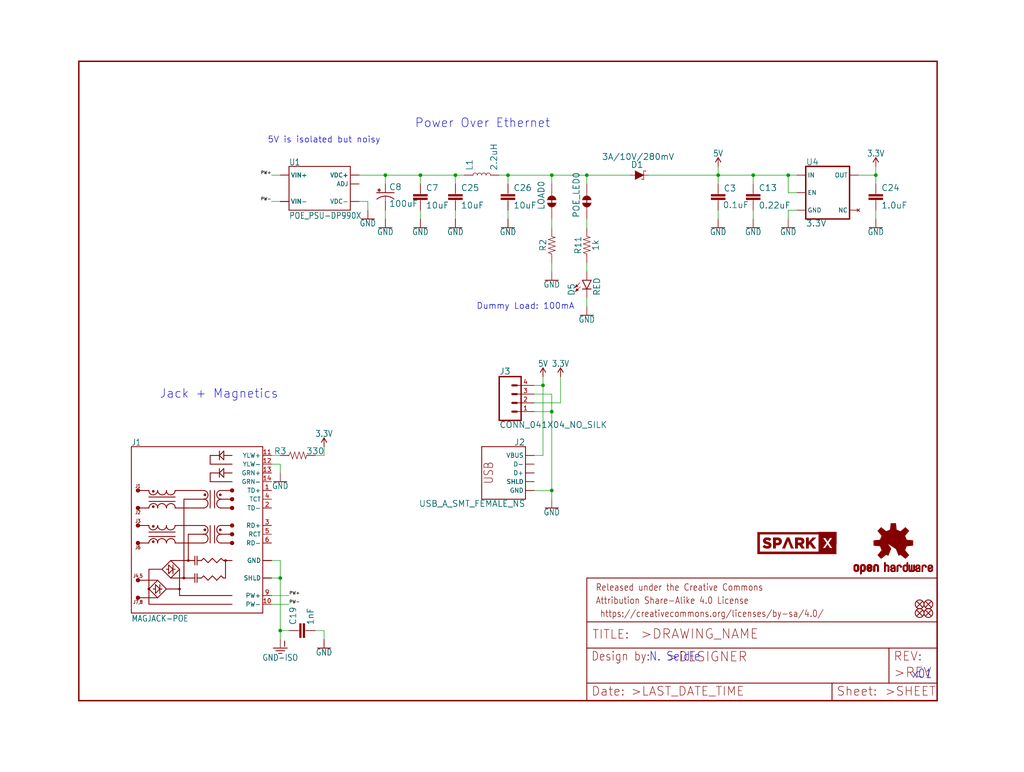
<source format=kicad_sch>
(kicad_sch (version 20211123) (generator eeschema)
  (paper "User" 297.002 223.926)
  (lib_symbols
    (symbol "eagleSchem-eagle-import:0.1UF-0603-25V-(+80{slash}-20%)"
      (property "Reference" "C" (at 1.524 2.921 0))
      (property "Value" "0.1UF-0603-25V-(+80{slash}-20%)" (at 1.524 -2.159 0))
      (symbol "0.1UF-0603-25V-(+80{slash}-20%)_1_0"
        (pin passive line (at 0 5.08 270) (length 2.54) (name "1") (number "1"))
        (pin passive line (at 0 -2.54 90) (length 2.54) (name "2") (number "2"))
      )
    )
    (symbol "eagleSchem-eagle-import:0.22UF-0603-25V-10%"
      (property "Reference" "C" (at 1.524 2.921 0))
      (property "Value" "0.22UF-0603-25V-10%" (at 1.524 -2.159 0))
      (symbol "0.22UF-0603-25V-10%_1_0"
        (pin passive line (at 0 5.08 270) (length 2.54) (name "1") (number "1"))
        (pin passive line (at 0 -2.54 90) (length 2.54) (name "2") (number "2"))
      )
    )
    (symbol "eagleSchem-eagle-import:1.0NF{slash}1000PF-1206-2KV-10%"
      (property "Reference" "C" (at 1.524 2.921 0))
      (property "Value" "1.0NF{slash}1000PF-1206-2KV-10%" (at 1.524 -2.159 0))
      (symbol "1.0NF{slash}1000PF-1206-2KV-10%_1_0"
        (pin passive line (at 0 5.08 270) (length 2.54) (name "1") (number "1"))
        (pin passive line (at 0 -2.54 90) (length 2.54) (name "2") (number "2"))
      )
    )
    (symbol "eagleSchem-eagle-import:1.0UF-0603-16V-10%-X7R"
      (property "Reference" "C" (at 1.524 2.921 0))
      (property "Value" "1.0UF-0603-16V-10%-X7R" (at 1.524 -2.159 0))
      (symbol "1.0UF-0603-16V-10%-X7R_1_0"
        (pin passive line (at 0 5.08 270) (length 2.54) (name "1") (number "1"))
        (pin passive line (at 0 -2.54 90) (length 2.54) (name "2") (number "2"))
      )
    )
    (symbol "eagleSchem-eagle-import:100UF-POLAR-25V-20%(ELEC)"
      (property "Reference" "C" (at 1.016 0.635 0))
      (property "Value" "100UF-POLAR-25V-20%(ELEC)" (at 1.016 -4.191 0))
      (symbol "100UF-POLAR-25V-20%(ELEC)_1_0"
        (pin passive line (at 0 2.54 270) (length 2.54) (name "+") (number "+"))
        (pin passive line (at 0 -5.08 90) (length 2.54) (name "-") (number "-"))
      )
    )
    (symbol "eagleSchem-eagle-import:10UF-0805-25V-10%"
      (property "Reference" "C" (at 1.524 2.921 0))
      (property "Value" "10UF-0805-25V-10%" (at 1.524 -2.159 0))
      (symbol "10UF-0805-25V-10%_1_0"
        (pin passive line (at 0 5.08 270) (length 2.54) (name "1") (number "1"))
        (pin passive line (at 0 -2.54 90) (length 2.54) (name "2") (number "2"))
      )
    )
    (symbol "eagleSchem-eagle-import:1KOHM-0603-1{slash}10W-1%"
      (property "Reference" "R" (at 0 1.524 0))
      (property "Value" "1KOHM-0603-1{slash}10W-1%" (at 0 -1.524 0))
      (symbol "1KOHM-0603-1{slash}10W-1%_1_0"
        (pin passive line (at -5.08 0 0) (length 2.54) (name "1") (number "1"))
        (pin passive line (at 5.08 0 180) (length 2.54) (name "2") (number "2"))
      )
    )
    (symbol "eagleSchem-eagle-import:3.3V" (power)
      (property "Value" "3.3V" (at 0 2.794 0))
      (symbol "3.3V_1_0"
        (pin power_in line (at 0 0 90) (length 2.54) (name "3.3V") (number "1"))
      )
    )
    (symbol "eagleSchem-eagle-import:330OHM-0603-1{slash}10W-1%"
      (property "Reference" "R" (at 0 1.524 0))
      (property "Value" "330OHM-0603-1{slash}10W-1%" (at 0 -1.524 0))
      (symbol "330OHM-0603-1{slash}10W-1%_1_0"
        (pin passive line (at -5.08 0 0) (length 2.54) (name "1") (number "1"))
        (pin passive line (at 5.08 0 180) (length 2.54) (name "2") (number "2"))
      )
    )
    (symbol "eagleSchem-eagle-import:49.9OHM-1206-1{slash}2W-1%"
      (property "Reference" "R" (at 0 1.524 0))
      (property "Value" "49.9OHM-1206-1{slash}2W-1%" (at 0 -1.524 0))
      (symbol "49.9OHM-1206-1{slash}2W-1%_1_0"
        (pin passive line (at -5.08 0 0) (length 2.54) (name "1") (number "1"))
        (pin passive line (at 5.08 0 180) (length 2.54) (name "2") (number "2"))
      )
    )
    (symbol "eagleSchem-eagle-import:5V" (power)
      (property "Value" "5V" (at 0 2.794 0))
      (symbol "5V_1_0"
        (pin power_in line (at 0 0 90) (length 2.54) (name "5V") (number "1"))
      )
    )
    (symbol "eagleSchem-eagle-import:CONN_041X04_NO_SILK"
      (property "Reference" "J" (at -5.08 8.128 0))
      (property "Value" "CONN_041X04_NO_SILK" (at -5.08 -7.366 0))
      (symbol "CONN_041X04_NO_SILK_1_0"
        (pin passive line (at 5.08 -2.54 180) (length 5.08) (name "1") (number "1"))
        (pin passive line (at 5.08 0 180) (length 5.08) (name "2") (number "2"))
        (pin passive line (at 5.08 2.54 180) (length 5.08) (name "3") (number "3"))
        (pin passive line (at 5.08 5.08 180) (length 5.08) (name "4") (number "4"))
      )
    )
    (symbol "eagleSchem-eagle-import:DIODE-SCHOTTKY-BAT60A"
      (property "Reference" "D" (at -2.54 2.032 0))
      (property "Value" "DIODE-SCHOTTKY-BAT60A" (at -2.54 -2.032 0))
      (symbol "DIODE-SCHOTTKY-BAT60A_1_0"
        (pin passive line (at -2.54 0 0) (length 0) (name "A") (number "A"))
        (pin passive line (at 2.54 0 180) (length 0) (name "C") (number "C"))
      )
    )
    (symbol "eagleSchem-eagle-import:FIDUCIALUFIDUCIAL")
    (symbol "eagleSchem-eagle-import:FRAME-LETTER"
      (symbol "FRAME-LETTER_2_0"
        (text " https://creativecommons.org/licenses/by-sa/4.0/" (at 2.54 24.13 0) (effects (font (size 1.9304 1.6408)) (justify left bottom)))
        (text ">DESIGNER" (at 23.114 11.176 0) (effects (font (size 2.7432 2.7432)) (justify left bottom)))
        (text ">DRAWING_NAME" (at 15.494 17.78 0) (effects (font (size 2.7432 2.7432)) (justify left bottom)))
        (text ">LAST_DATE_TIME" (at 12.7 1.27 0) (effects (font (size 2.54 2.54)) (justify left bottom)))
        (text ">REV" (at 88.9 6.604 0) (effects (font (size 2.7432 2.7432)) (justify left bottom)))
        (text ">SHEET" (at 86.36 1.27 0) (effects (font (size 2.54 2.54)) (justify left bottom)))
        (text "Attribution Share-Alike 4.0 License" (at 2.54 27.94 0) (effects (font (size 1.9304 1.6408)) (justify left bottom)))
        (text "Date:" (at 1.27 1.27 0) (effects (font (size 2.54 2.54)) (justify left bottom)))
        (text "Design by:" (at 1.27 11.43 0) (effects (font (size 2.54 2.159)) (justify left bottom)))
        (text "Released under the Creative Commons" (at 2.54 31.75 0) (effects (font (size 1.9304 1.6408)) (justify left bottom)))
        (text "REV:" (at 88.9 11.43 0) (effects (font (size 2.54 2.54)) (justify left bottom)))
        (text "Sheet:" (at 72.39 1.27 0) (effects (font (size 2.54 2.54)) (justify left bottom)))
        (text "TITLE:" (at 1.524 17.78 0) (effects (font (size 2.54 2.54)) (justify left bottom)))
      )
    )
    (symbol "eagleSchem-eagle-import:GND" (power)
      (property "Value" "GND" (at 0 -0.254 0))
      (symbol "GND_1_0"
        (pin power_in line (at 0 2.54 270) (length 2.54) (name "GND") (number "1"))
      )
    )
    (symbol "eagleSchem-eagle-import:GND-ISO" (power)
      (property "Value" "GND-ISO" (at 0 -1.778 0))
      (symbol "GND-ISO_1_0"
        (pin power_in line (at 0 2.54 270) (length 2.54) (name "GND-ISO") (number "1"))
      )
    )
    (symbol "eagleSchem-eagle-import:INDUCTOR-0805_WIDE-2.2UH"
      (property "Reference" "L" (at 1.27 2.54 0))
      (property "Value" "INDUCTOR-0805_WIDE-2.2UH" (at 1.27 -2.54 0))
      (symbol "INDUCTOR-0805_WIDE-2.2UH_1_0"
        (pin passive line (at 0 5.08 270) (length 2.54) (name "1") (number "1"))
        (pin passive line (at 0 -5.08 90) (length 2.54) (name "2") (number "2"))
      )
    )
    (symbol "eagleSchem-eagle-import:JUMPER-SMT_2_NC_TRACE_SILK"
      (property "Reference" "JP" (at 0 3.048 0))
      (property "Value" "JUMPER-SMT_2_NC_TRACE_SILK" (at 0 -3.048 0))
      (symbol "JUMPER-SMT_2_NC_TRACE_SILK_1_0"
        (pin passive line (at -5.08 0 0) (length 2.54) (name "1") (number "1"))
        (pin passive line (at 5.08 0 180) (length 2.54) (name "2") (number "2"))
      )
    )
    (symbol "eagleSchem-eagle-import:LED-RED0603"
      (property "Reference" "D" (at -3.429 -4.572 90))
      (property "Value" "LED-RED0603" (at 1.905 -4.572 90))
      (symbol "LED-RED0603_1_0"
        (pin passive line (at 0 2.54 270) (length 2.54) (name "A") (number "A"))
        (pin passive line (at 0 -5.08 90) (length 2.54) (name "C") (number "C"))
      )
    )
    (symbol "eagleSchem-eagle-import:MAGJACK-POE"
      (property "Reference" "J" (at -17.78 28.194 0))
      (property "Value" "MAGJACK-POE" (at -17.78 -22.86 0))
      (symbol "MAGJACK-POE_1_0"
        (text "J1" (at -15.875 16.51 0) (effects (font (size 1.016 0.8636) (thickness 0.1727) bold)))
        (text "J2" (at -15.875 8.89 0) (effects (font (size 1.016 0.8636) (thickness 0.1727) bold)))
        (text "J3" (at -15.875 6.35 0) (effects (font (size 1.016 0.8636) (thickness 0.1727) bold)))
        (text "J4,5" (at -15.875 -9.525 0) (effects (font (size 1.016 0.8636) (thickness 0.1727) bold)))
        (text "J6" (at -15.875 -1.27 0) (effects (font (size 1.016 0.8636) (thickness 0.1727) bold)))
        (text "J7,8" (at -15.875 -17.145 0) (effects (font (size 1.016 0.8636) (thickness 0.1727) bold)))
        (pin bidirectional line (at 22.86 15.24 180) (length 2.54) (name "TD+") (number "1"))
        (pin bidirectional line (at 22.86 -17.78 180) (length 2.54) (name "PW-") (number "10"))
        (pin bidirectional line (at 22.86 25.4 180) (length 2.54) (name "YLW+") (number "11"))
        (pin bidirectional line (at 22.86 22.86 180) (length 2.54) (name "YLW-") (number "12"))
        (pin bidirectional line (at 22.86 20.32 180) (length 2.54) (name "GRN+") (number "13"))
        (pin bidirectional line (at 22.86 17.78 180) (length 2.54) (name "GRN-") (number "14"))
        (pin bidirectional line (at 22.86 10.16 180) (length 2.54) (name "TD-") (number "2"))
        (pin bidirectional line (at 22.86 5.08 180) (length 2.54) (name "RD+") (number "3"))
        (pin bidirectional line (at 22.86 12.7 180) (length 2.54) (name "TCT") (number "4"))
        (pin bidirectional line (at 22.86 2.54 180) (length 2.54) (name "RCT") (number "5"))
        (pin bidirectional line (at 22.86 0 180) (length 2.54) (name "RD-") (number "6"))
        (pin bidirectional line (at 22.86 -5.08 180) (length 2.54) (name "GND") (number "7"))
        (pin bidirectional line (at 22.86 -5.08 180) (length 2.54) (name "GND") (number "8"))
        (pin bidirectional line (at 22.86 -15.24 180) (length 2.54) (name "PW+") (number "9"))
        (pin bidirectional line (at 22.86 -10.16 180) (length 2.54) (name "SHLD") (number "S1"))
        (pin bidirectional line (at 22.86 -10.16 180) (length 2.54) (name "SHLD") (number "S2"))
      )
    )
    (symbol "eagleSchem-eagle-import:OSHW-LOGOMINI")
    (symbol "eagleSchem-eagle-import:POE_PSU-DP990X"
      (property "Reference" "U" (at -7.62 5.334 0))
      (property "Value" "POE_PSU-DP990X" (at -7.62 -10.16 0))
      (symbol "POE_PSU-DP990X_1_0"
        (pin bidirectional line (at 12.7 2.54 180) (length 2.54) (name "VDC+") (number "1"))
        (pin bidirectional line (at 12.7 2.54 180) (length 2.54) (name "VDC+") (number "2"))
        (pin bidirectional line (at 12.7 -5.08 180) (length 2.54) (name "VDC-") (number "3"))
        (pin bidirectional line (at 12.7 0 180) (length 2.54) (name "ADJ") (number "4"))
        (pin bidirectional line (at -10.16 2.54 0) (length 2.54) (name "VIN+") (number "5"))
        (pin bidirectional line (at -10.16 2.54 0) (length 2.54) (name "VIN+") (number "6"))
        (pin bidirectional line (at -10.16 -5.08 0) (length 2.54) (name "VIN-") (number "7"))
        (pin bidirectional line (at -10.16 -5.08 0) (length 2.54) (name "VIN-") (number "8"))
      )
    )
    (symbol "eagleSchem-eagle-import:SPARKX-LOGO4")
    (symbol "eagleSchem-eagle-import:USB_A_SMT_FEMALE_NS"
      (property "Reference" "J" (at -5.08 7.874 0))
      (property "Value" "USB_A_SMT_FEMALE_NS" (at -5.08 -9.906 0))
      (symbol "USB_A_SMT_FEMALE_NS_1_0"
        (text "USB" (at 7.112 -3.302 900) (effects (font (size 2.54 2.159)) (justify left bottom)))
        (pin bidirectional line (at -7.62 0 0) (length 2.54) (name "D+") (number "D+"))
        (pin bidirectional line (at -7.62 2.54 0) (length 2.54) (name "D-") (number "D-"))
        (pin power_in line (at -7.62 -5.08 0) (length 2.54) (name "GND") (number "GND"))
        (pin bidirectional line (at -7.62 -2.54 0) (length 2.54) (name "SHLD") (number "SHLD1"))
        (pin bidirectional line (at -7.62 -2.54 0) (length 2.54) (name "SHLD") (number "SHLD2"))
        (pin power_in line (at -7.62 5.08 0) (length 2.54) (name "VBUS") (number "VBUS"))
      )
    )
    (symbol "eagleSchem-eagle-import:V_REG_AP2112K-3.3V"
      (property "Reference" "U" (at -7.62 7.874 0))
      (property "Value" "V_REG_AP2112K-3.3V" (at -7.62 -7.874 0))
      (symbol "V_REG_AP2112K-3.3V_1_0"
        (pin input line (at -10.16 5.08 0) (length 2.54) (name "IN") (number "1"))
        (pin input line (at -10.16 -5.08 0) (length 2.54) (name "GND") (number "2"))
        (pin input line (at -10.16 0 0) (length 2.54) (name "EN") (number "3"))
        (pin no_connect line (at 7.62 -5.08 180) (length 2.54) (name "NC") (number "4"))
        (pin passive line (at 7.62 5.08 180) (length 2.54) (name "OUT") (number "5"))
      )
    )
  )
  (junction (at 81.28 182.88))
  (junction (at 121.92 50.8))
  (junction (at 218.44 50.8))
  (junction (at 160.02 142.24))
  (junction (at 254 50.8))
  (junction (at 147.32 50.8))
  (junction (at 160.02 50.8))
  (junction (at 111.76 50.8))
  (junction (at 170.18 50.8))
  (junction (at 81.28 167.64))
  (junction (at 160.02 119.38))
  (junction (at 208.28 50.8))
  (junction (at 157.48 111.76))
  (junction (at 132.08 50.8))
  (junction (at 228.6 50.8))
  (wire (pts (xy 111.76 63.5) (xy 111.76 60.96)))
  (wire (pts (xy 154.94 111.76) (xy 157.48 111.76)))
  (wire (pts (xy 248.92 50.8) (xy 254 50.8)))
  (wire (pts (xy 170.18 53.34) (xy 170.18 50.8)))
  (wire (pts (xy 157.48 132.08) (xy 157.48 111.76)))
  (wire (pts (xy 111.76 50.8) (xy 121.92 50.8)))
  (wire (pts (xy 154.94 119.38) (xy 160.02 119.38)))
  (wire (pts (xy 81.28 167.64) (xy 81.28 182.88)))
  (wire (pts (xy 254 63.5) (xy 254 60.96)))
  (wire (pts (xy 93.98 132.08) (xy 93.98 129.54)))
  (wire (pts (xy 106.68 58.42) (xy 106.68 60.96)))
  (wire (pts (xy 231.14 60.96) (xy 228.6 60.96)))
  (wire (pts (xy 78.74 172.72) (xy 83.82 172.72)))
  (wire (pts (xy 81.28 134.62) (xy 81.28 137.16)))
  (wire (pts (xy 78.74 175.26) (xy 83.82 175.26)))
  (wire (pts (xy 147.32 50.8) (xy 160.02 50.8)))
  (wire (pts (xy 170.18 78.74) (xy 170.18 76.2)))
  (wire (pts (xy 147.32 53.34) (xy 147.32 50.8)))
  (wire (pts (xy 154.94 116.84) (xy 162.56 116.84)))
  (wire (pts (xy 170.18 88.9) (xy 170.18 86.36)))
  (wire (pts (xy 228.6 50.8) (xy 231.14 50.8)))
  (wire (pts (xy 218.44 63.5) (xy 218.44 60.96)))
  (wire (pts (xy 254 48.26) (xy 254 50.8)))
  (wire (pts (xy 78.74 167.64) (xy 81.28 167.64)))
  (wire (pts (xy 147.32 63.5) (xy 147.32 60.96)))
  (wire (pts (xy 81.28 162.56) (xy 81.28 167.64)))
  (wire (pts (xy 160.02 114.3) (xy 160.02 119.38)))
  (wire (pts (xy 81.28 50.8) (xy 78.74 50.8)))
  (wire (pts (xy 132.08 53.34) (xy 132.08 50.8)))
  (wire (pts (xy 132.08 50.8) (xy 134.62 50.8)))
  (wire (pts (xy 162.56 116.84) (xy 162.56 109.22)))
  (wire (pts (xy 187.96 50.8) (xy 208.28 50.8)))
  (wire (pts (xy 93.98 182.88) (xy 93.98 185.42)))
  (wire (pts (xy 160.02 53.34) (xy 160.02 50.8)))
  (wire (pts (xy 154.94 114.3) (xy 160.02 114.3)))
  (wire (pts (xy 91.44 182.88) (xy 93.98 182.88)))
  (wire (pts (xy 228.6 60.96) (xy 228.6 63.5)))
  (wire (pts (xy 254 50.8) (xy 254 53.34)))
  (wire (pts (xy 154.94 132.08) (xy 157.48 132.08)))
  (wire (pts (xy 160.02 119.38) (xy 160.02 142.24)))
  (wire (pts (xy 111.76 53.34) (xy 111.76 50.8)))
  (wire (pts (xy 81.28 182.88) (xy 81.28 185.42)))
  (wire (pts (xy 160.02 142.24) (xy 160.02 144.78)))
  (wire (pts (xy 154.94 142.24) (xy 160.02 142.24)))
  (wire (pts (xy 160.02 78.74) (xy 160.02 76.2)))
  (wire (pts (xy 208.28 50.8) (xy 218.44 50.8)))
  (wire (pts (xy 208.28 50.8) (xy 208.28 48.26)))
  (wire (pts (xy 170.18 66.04) (xy 170.18 63.5)))
  (wire (pts (xy 218.44 53.34) (xy 218.44 50.8)))
  (wire (pts (xy 160.02 66.04) (xy 160.02 63.5)))
  (wire (pts (xy 104.14 58.42) (xy 106.68 58.42)))
  (wire (pts (xy 208.28 63.5) (xy 208.28 60.96)))
  (wire (pts (xy 144.78 50.8) (xy 147.32 50.8)))
  (wire (pts (xy 121.92 53.34) (xy 121.92 50.8)))
  (wire (pts (xy 83.82 182.88) (xy 81.28 182.88)))
  (wire (pts (xy 81.28 58.42) (xy 78.74 58.42)))
  (wire (pts (xy 78.74 162.56) (xy 81.28 162.56)))
  (wire (pts (xy 121.92 63.5) (xy 121.92 60.96)))
  (wire (pts (xy 231.14 55.88) (xy 228.6 55.88)))
  (wire (pts (xy 132.08 63.5) (xy 132.08 60.96)))
  (wire (pts (xy 208.28 53.34) (xy 208.28 50.8)))
  (wire (pts (xy 218.44 50.8) (xy 228.6 50.8)))
  (wire (pts (xy 91.44 132.08) (xy 93.98 132.08)))
  (wire (pts (xy 121.92 50.8) (xy 132.08 50.8)))
  (wire (pts (xy 78.74 134.62) (xy 81.28 134.62)))
  (wire (pts (xy 157.48 111.76) (xy 157.48 109.22)))
  (wire (pts (xy 160.02 50.8) (xy 170.18 50.8)))
  (wire (pts (xy 104.14 50.8) (xy 111.76 50.8)))
  (wire (pts (xy 81.28 132.08) (xy 78.74 132.08)))
  (wire (pts (xy 228.6 55.88) (xy 228.6 50.8)))
  (wire (pts (xy 170.18 50.8) (xy 182.88 50.8)))
  (text "Jack + Magnetics" (at 63.5 114.3 180) (effects (font (size 2.54 2.54))))
  (text "Power Over Ethernet" (at 139.954 35.814 180) (effects (font (size 2.54 2.54))))
  (text "Dummy Load: 100mA" (at 152.4 88.9 180) (effects (font (size 1.778 1.778))))
  (text "x01" (at 264.414 197.104 180) (effects (font (size 2.54 2.159)) (justify left bottom)))
  (text "N. Seidle" (at 188.214 192.024 180) (effects (font (size 2.54 2.159)) (justify left bottom)))
  (text "5V is isolated but noisy" (at 93.98 40.64 180) (effects (font (size 1.778 1.778))))
  (label "PW-" (at 83.82 175.26 0) (effects (font (size 0.889 0.889))))
  (label "PW+" (at 78.74 50.8 180) (effects (font (size 0.889 0.889))))
  (label "PW+" (at 83.82 172.72 0) (effects (font (size 0.889 0.889))))
  (label "PW-" (at 78.74 58.42 180) (effects (font (size 0.889 0.889))))
  (symbol (lib_id "eagleSchem-eagle-import:1KOHM-0603-1{slash}10W-1%") (at 170.18 71.12 90) (unit 1)
    (property "Reference" "R11" (at 168.656 71.12 0) (effects (font (size 1.778 1.778)) (justify bottom)))
    (property "Value" "1k" (at 171.704 71.12 0) (effects (font (size 1.778 1.778)) (justify top)))
    (property "Footprint" "eagleSchem:0603" (effects hide))
  )
  (symbol (lib_id "eagleSchem-eagle-import:10UF-0805-25V-10%") (at 121.92 58.42 0) (unit 1)
    (property "Reference" "C7" (at 123.444 55.499 0) (effects (font (size 1.778 1.778)) (justify left bottom)))
    (property "Value" "10uF" (at 123.444 60.579 0) (effects (font (size 1.778 1.778)) (justify left bottom)))
    (property "Footprint" "eagleSchem:0805" (effects hide))
  )
  (symbol (lib_id "eagleSchem-eagle-import:USB_A_SMT_FEMALE_NS") (at 147.32 137.16 0) (mirror y) (unit 1)
    (property "Reference" "J2" (at 152.4 129.286 0) (effects (font (size 1.778 1.778)) (justify left bottom)))
    (property "Value" "USB_A_SMT_FEMALE_NS" (at 152.4 147.066 0) (effects (font (size 1.778 1.778)) (justify left bottom)))
    (property "Footprint" "eagleSchem:USB-A-S-NOSILK-FEMALE" (effects hide))
  )
  (symbol (lib_id "eagleSchem-eagle-import:3.3V") (at 254 48.26 0) (unit 1)
    (property "Reference" "#SUPPLY8" (effects hide))
    (property "Value" "3.3V" (at 254 45.466 0) (effects (font (size 1.778 1.5113)) (justify bottom)))
    (property "Footprint" "eagleSchem:" (effects hide))
  )
  (symbol (lib_id "eagleSchem-eagle-import:0.1UF-0603-25V-(+80{slash}-20%)") (at 208.28 58.42 0) (mirror y) (unit 1)
    (property "Reference" "C3" (at 209.804 55.626 0) (effects (font (size 1.778 1.778)) (justify right bottom)))
    (property "Value" "0.1uF" (at 209.55 60.452 0) (effects (font (size 1.778 1.778)) (justify right bottom)))
    (property "Footprint" "eagleSchem:0603" (effects hide))
  )
  (symbol (lib_id "eagleSchem-eagle-import:GND") (at 106.68 63.5 0) (unit 1)
    (property "Reference" "#GND12" (effects hide))
    (property "Value" "GND" (at 106.68 63.754 0) (effects (font (size 1.778 1.5113)) (justify top)))
    (property "Footprint" "eagleSchem:" (effects hide))
  )
  (symbol (lib_id "eagleSchem-eagle-import:3.3V") (at 93.98 129.54 0) (unit 1)
    (property "Reference" "#SUPPLY17" (effects hide))
    (property "Value" "3.3V" (at 93.98 126.746 0) (effects (font (size 1.778 1.5113)) (justify bottom)))
    (property "Footprint" "eagleSchem:" (effects hide))
  )
  (symbol (lib_id "eagleSchem-eagle-import:GND") (at 160.02 81.28 0) (unit 1)
    (property "Reference" "#GND31" (effects hide))
    (property "Value" "GND" (at 160.02 81.534 0) (effects (font (size 1.778 1.5113)) (justify top)))
    (property "Footprint" "eagleSchem:" (effects hide))
  )
  (symbol (lib_id "eagleSchem-eagle-import:GND") (at 208.28 66.04 0) (unit 1)
    (property "Reference" "#GND4" (effects hide))
    (property "Value" "GND" (at 208.28 66.294 0) (effects (font (size 1.778 1.5113)) (justify top)))
    (property "Footprint" "eagleSchem:" (effects hide))
  )
  (symbol (lib_id "eagleSchem-eagle-import:DIODE-SCHOTTKY-BAT60A") (at 185.42 50.8 0) (unit 1)
    (property "Reference" "D1" (at 182.88 48.768 0) (effects (font (size 1.778 1.778)) (justify left bottom)))
    (property "Value" "3A/10V/280mV" (at 174.498 44.45 0) (effects (font (size 1.778 1.778)) (justify left top)))
    (property "Footprint" "eagleSchem:SOD-323" (effects hide))
  )
  (symbol (lib_id "eagleSchem-eagle-import:5V") (at 157.48 109.22 0) (unit 1)
    (property "Reference" "#SUPPLY1" (effects hide))
    (property "Value" "5V" (at 157.48 106.426 0) (effects (font (size 1.778 1.5113)) (justify bottom)))
    (property "Footprint" "eagleSchem:" (effects hide))
  )
  (symbol (lib_id "eagleSchem-eagle-import:LED-RED0603") (at 170.18 81.28 0) (unit 1)
    (property "Reference" "D5" (at 166.751 85.852 90) (effects (font (size 1.778 1.778)) (justify left bottom)))
    (property "Value" "RED" (at 172.085 85.852 90) (effects (font (size 1.778 1.778)) (justify left top)))
    (property "Footprint" "eagleSchem:LED-0603" (effects hide))
  )
  (symbol (lib_id "eagleSchem-eagle-import:V_REG_AP2112K-3.3V") (at 241.3 55.88 0) (unit 1)
    (property "Reference" "U4" (at 233.68 48.006 0) (effects (font (size 1.778 1.778)) (justify left bottom)))
    (property "Value" "3.3V" (at 233.68 63.754 0) (effects (font (size 1.778 1.778)) (justify left top)))
    (property "Footprint" "eagleSchem:SOT23-5" (effects hide))
  )
  (symbol (lib_id "eagleSchem-eagle-import:GND") (at 254 66.04 0) (unit 1)
    (property "Reference" "#GND5" (effects hide))
    (property "Value" "GND" (at 254 66.294 0) (effects (font (size 1.778 1.5113)) (justify top)))
    (property "Footprint" "eagleSchem:" (effects hide))
  )
  (symbol (lib_id "eagleSchem-eagle-import:JUMPER-SMT_2_NC_TRACE_SILK") (at 160.02 58.42 90) (unit 1)
    (property "Reference" "LOAD0" (at 157.988 60.96 0) (effects (font (size 1.778 1.778)) (justify left bottom)))
    (property "Value" "JUMPER-SMT_2_NC_TRACE_SILK" (effects hide))
    (property "Footprint" "eagleSchem:SMT-JUMPER_2_NC_TRACE_SILK" (effects hide))
  )
  (symbol (lib_id "eagleSchem-eagle-import:10UF-0805-25V-10%") (at 147.32 58.42 0) (unit 1)
    (property "Reference" "C26" (at 148.844 55.499 0) (effects (font (size 1.778 1.778)) (justify left bottom)))
    (property "Value" "10uF" (at 148.844 60.579 0) (effects (font (size 1.778 1.778)) (justify left bottom)))
    (property "Footprint" "eagleSchem:0805" (effects hide))
  )
  (symbol (lib_id "eagleSchem-eagle-import:49.9OHM-1206-1{slash}2W-1%") (at 160.02 71.12 90) (unit 1)
    (property "Reference" "R2" (at 158.496 71.12 0) (effects (font (size 1.778 1.778)) (justify bottom)))
    (property "Value" "49.9OHM-1206-1/2W-1%" (effects hide))
    (property "Footprint" "eagleSchem:1206" (effects hide))
  )
  (symbol (lib_id "eagleSchem-eagle-import:FRAME-LETTER") (at 22.86 203.2 0) (unit 1)
    (property "Reference" "FRAME1" (effects hide))
    (property "Value" "FRAME-LETTER" (effects hide))
    (property "Footprint" "eagleSchem:CREATIVE_COMMONS" (effects hide))
  )
  (symbol (lib_id "eagleSchem-eagle-import:GND") (at 81.28 139.7 0) (unit 1)
    (property "Reference" "#GND1" (effects hide))
    (property "Value" "GND" (at 81.28 139.954 0) (effects (font (size 1.778 1.5113)) (justify top)))
    (property "Footprint" "eagleSchem:" (effects hide))
  )
  (symbol (lib_id "eagleSchem-eagle-import:GND") (at 121.92 66.04 0) (unit 1)
    (property "Reference" "#GND6" (effects hide))
    (property "Value" "GND" (at 121.92 66.294 0) (effects (font (size 1.778 1.5113)) (justify top)))
    (property "Footprint" "eagleSchem:" (effects hide))
  )
  (symbol (lib_id "eagleSchem-eagle-import:FIDUCIALUFIDUCIAL") (at 266.7 175.26 0) (unit 1)
    (property "Reference" "FD1" (effects hide))
    (property "Value" "FIDUCIALUFIDUCIAL" (effects hide))
    (property "Footprint" "eagleSchem:FIDUCIAL-MICRO" (effects hide))
  )
  (symbol (lib_id "eagleSchem-eagle-import:GND") (at 111.76 66.04 0) (unit 1)
    (property "Reference" "#GND13" (effects hide))
    (property "Value" "GND" (at 111.76 66.294 0) (effects (font (size 1.778 1.5113)) (justify top)))
    (property "Footprint" "eagleSchem:" (effects hide))
  )
  (symbol (lib_id "eagleSchem-eagle-import:1.0NF{slash}1000PF-1206-2KV-10%") (at 88.9 182.88 90) (unit 1)
    (property "Reference" "C19" (at 85.979 181.356 0) (effects (font (size 1.778 1.778)) (justify left bottom)))
    (property "Value" "1nF" (at 91.059 181.356 0) (effects (font (size 1.778 1.778)) (justify left bottom)))
    (property "Footprint" "eagleSchem:1206" (effects hide))
  )
  (symbol (lib_id "eagleSchem-eagle-import:10UF-0805-25V-10%") (at 132.08 58.42 0) (unit 1)
    (property "Reference" "C25" (at 133.604 55.499 0) (effects (font (size 1.778 1.778)) (justify left bottom)))
    (property "Value" "10uF" (at 133.604 60.579 0) (effects (font (size 1.778 1.778)) (justify left bottom)))
    (property "Footprint" "eagleSchem:0805" (effects hide))
  )
  (symbol (lib_id "eagleSchem-eagle-import:100UF-POLAR-25V-20%(ELEC)") (at 111.76 55.88 0) (unit 1)
    (property "Reference" "C8" (at 112.776 55.245 0) (effects (font (size 1.778 1.778)) (justify left bottom)))
    (property "Value" "100uF" (at 112.776 60.071 0) (effects (font (size 1.778 1.778)) (justify left bottom)))
    (property "Footprint" "eagleSchem:PANASONIC_D" (effects hide))
  )
  (symbol (lib_id "eagleSchem-eagle-import:GND") (at 147.32 66.04 0) (unit 1)
    (property "Reference" "#GND30" (effects hide))
    (property "Value" "GND" (at 147.32 66.294 0) (effects (font (size 1.778 1.5113)) (justify top)))
    (property "Footprint" "eagleSchem:" (effects hide))
  )
  (symbol (lib_id "eagleSchem-eagle-import:3.3V") (at 162.56 109.22 0) (unit 1)
    (property "Reference" "#SUPPLY2" (effects hide))
    (property "Value" "3.3V" (at 162.56 106.426 0) (effects (font (size 1.778 1.5113)) (justify bottom)))
    (property "Footprint" "eagleSchem:" (effects hide))
  )
  (symbol (lib_id "eagleSchem-eagle-import:GND") (at 132.08 66.04 0) (unit 1)
    (property "Reference" "#GND29" (effects hide))
    (property "Value" "GND" (at 132.08 66.294 0) (effects (font (size 1.778 1.5113)) (justify top)))
    (property "Footprint" "eagleSchem:" (effects hide))
  )
  (symbol (lib_id "eagleSchem-eagle-import:MAGJACK-POE") (at 55.88 157.48 0) (unit 1)
    (property "Reference" "J1" (at 38.1 129.286 0) (effects (font (size 1.778 1.5113)) (justify left bottom)))
    (property "Value" "MAGJACK-POE" (at 38.1 180.34 0) (effects (font (size 1.778 1.5113)) (justify left bottom)))
    (property "Footprint" "eagleSchem:MAGJACK-SYM_LED" (effects hide))
  )
  (symbol (lib_id "eagleSchem-eagle-import:GND") (at 170.18 91.44 0) (unit 1)
    (property "Reference" "#GND27" (effects hide))
    (property "Value" "GND" (at 170.18 91.694 0) (effects (font (size 1.778 1.5113)) (justify top)))
    (property "Footprint" "eagleSchem:" (effects hide))
  )
  (symbol (lib_id "eagleSchem-eagle-import:POE_PSU-DP990X") (at 91.44 53.34 0) (unit 1)
    (property "Reference" "U1" (at 83.82 48.006 0) (effects (font (size 1.778 1.5113)) (justify left bottom)))
    (property "Value" "POE_PSU-DP990X" (at 83.82 63.5 0) (effects (font (size 1.778 1.5113)) (justify left bottom)))
    (property "Footprint" "eagleSchem:DP990X" (effects hide))
  )
  (symbol (lib_id "eagleSchem-eagle-import:FIDUCIALUFIDUCIAL") (at 269.24 177.8 0) (unit 1)
    (property "Reference" "FD3" (effects hide))
    (property "Value" "FIDUCIALUFIDUCIAL" (effects hide))
    (property "Footprint" "eagleSchem:FIDUCIAL-MICRO" (effects hide))
  )
  (symbol (lib_id "eagleSchem-eagle-import:5V") (at 208.28 48.26 0) (unit 1)
    (property "Reference" "#SUPPLY3" (effects hide))
    (property "Value" "5V" (at 208.28 45.466 0) (effects (font (size 1.778 1.5113)) (justify bottom)))
    (property "Footprint" "eagleSchem:" (effects hide))
  )
  (symbol (lib_id "eagleSchem-eagle-import:GND") (at 160.02 147.32 0) (unit 1)
    (property "Reference" "#GND2" (effects hide))
    (property "Value" "GND" (at 160.02 147.574 0) (effects (font (size 1.778 1.5113)) (justify top)))
    (property "Footprint" "eagleSchem:" (effects hide))
  )
  (symbol (lib_id "eagleSchem-eagle-import:0.22UF-0603-25V-10%") (at 218.44 58.42 0) (unit 1)
    (property "Reference" "C13" (at 219.964 55.499 0) (effects (font (size 1.778 1.778)) (justify left bottom)))
    (property "Value" "0.22uF" (at 219.964 60.579 0) (effects (font (size 1.778 1.778)) (justify left bottom)))
    (property "Footprint" "eagleSchem:0603" (effects hide))
  )
  (symbol (lib_id "eagleSchem-eagle-import:CONN_041X04_NO_SILK") (at 149.86 116.84 0) (unit 1)
    (property "Reference" "J3" (at 144.78 108.712 0) (effects (font (size 1.778 1.778)) (justify left bottom)))
    (property "Value" "CONN_041X04_NO_SILK" (at 144.78 124.206 0) (effects (font (size 1.778 1.778)) (justify left bottom)))
    (property "Footprint" "eagleSchem:1X04_NO_SILK" (effects hide))
  )
  (symbol (lib_id "eagleSchem-eagle-import:INDUCTOR-0805_WIDE-2.2UH") (at 139.7 50.8 90) (unit 1)
    (property "Reference" "L1" (at 137.16 49.53 0) (effects (font (size 1.778 1.778)) (justify left bottom)))
    (property "Value" "2.2uH" (at 142.24 49.53 0) (effects (font (size 1.778 1.778)) (justify left top)))
    (property "Footprint" "eagleSchem:0805-WIDE" (effects hide))
  )
  (symbol (lib_id "eagleSchem-eagle-import:1.0UF-0603-16V-10%-X7R") (at 254 58.42 0) (unit 1)
    (property "Reference" "C24" (at 255.524 55.499 0) (effects (font (size 1.778 1.778)) (justify left bottom)))
    (property "Value" "1.0uF" (at 255.524 60.579 0) (effects (font (size 1.778 1.778)) (justify left bottom)))
    (property "Footprint" "eagleSchem:0603" (effects hide))
  )
  (symbol (lib_id "eagleSchem-eagle-import:OSHW-LOGOMINI") (at 259.08 157.48 0) (unit 1)
    (property "Reference" "LOGO3" (effects hide))
    (property "Value" "OSHW-LOGOMINI" (effects hide))
    (property "Footprint" "eagleSchem:OSHW-LOGO-MINI" (effects hide))
  )
  (symbol (lib_id "eagleSchem-eagle-import:GND-ISO") (at 81.28 187.96 0) (unit 1)
    (property "Reference" "#GND-ISO1" (effects hide))
    (property "Value" "GND-ISO" (at 81.28 189.738 0) (effects (font (size 1.778 1.5113)) (justify top)))
    (property "Footprint" "eagleSchem:" (effects hide))
  )
  (symbol (lib_id "eagleSchem-eagle-import:JUMPER-SMT_2_NC_TRACE_SILK") (at 170.18 58.42 90) (unit 1)
    (property "Reference" "POE_LED0" (at 168.148 63.246 0) (effects (font (size 1.778 1.778)) (justify left bottom)))
    (property "Value" "JUMPER-SMT_2_NC_TRACE_SILK" (effects hide))
    (property "Footprint" "eagleSchem:SMT-JUMPER_2_NC_TRACE_SILK" (effects hide))
  )
  (symbol (lib_id "eagleSchem-eagle-import:SPARKX-LOGO4") (at 231.14 157.48 0) (unit 1)
    (property "Reference" "U$7" (effects hide))
    (property "Value" "SPARKX-LOGO4" (effects hide))
    (property "Footprint" "eagleSchem:SPARKX-MEDIUM" (effects hide))
  )
  (symbol (lib_id "eagleSchem-eagle-import:GND") (at 93.98 187.96 0) (unit 1)
    (property "Reference" "#GND25" (effects hide))
    (property "Value" "GND" (at 93.98 188.214 0) (effects (font (size 1.778 1.5113)) (justify top)))
    (property "Footprint" "eagleSchem:" (effects hide))
  )
  (symbol (lib_id "eagleSchem-eagle-import:FRAME-LETTER") (at 170.18 203.2 0) (unit 2)
    (property "Reference" "FRAME1" (effects hide))
    (property "Value" "FRAME-LETTER" (effects hide))
    (property "Footprint" "eagleSchem:CREATIVE_COMMONS" (effects hide))
  )
  (symbol (lib_id "eagleSchem-eagle-import:FIDUCIALUFIDUCIAL") (at 266.7 177.8 0) (unit 1)
    (property "Reference" "FD4" (effects hide))
    (property "Value" "FIDUCIALUFIDUCIAL" (effects hide))
    (property "Footprint" "eagleSchem:FIDUCIAL-MICRO" (effects hide))
  )
  (symbol (lib_id "eagleSchem-eagle-import:GND") (at 218.44 66.04 0) (unit 1)
    (property "Reference" "#GND22" (effects hide))
    (property "Value" "GND" (at 218.44 66.294 0) (effects (font (size 1.778 1.5113)) (justify top)))
    (property "Footprint" "eagleSchem:" (effects hide))
  )
  (symbol (lib_id "eagleSchem-eagle-import:GND") (at 228.6 66.04 0) (unit 1)
    (property "Reference" "#GND28" (effects hide))
    (property "Value" "GND" (at 228.6 66.294 0) (effects (font (size 1.778 1.5113)) (justify top)))
    (property "Footprint" "eagleSchem:" (effects hide))
  )
  (symbol (lib_id "eagleSchem-eagle-import:330OHM-0603-1{slash}10W-1%") (at 86.36 132.08 0) (unit 1)
    (property "Reference" "R3" (at 81.28 131.826 0) (effects (font (size 1.778 1.778)) (justify bottom)))
    (property "Value" "330" (at 91.44 131.826 0) (effects (font (size 1.778 1.778)) (justify bottom)))
    (property "Footprint" "eagleSchem:0603" (effects hide))
  )
  (symbol (lib_id "eagleSchem-eagle-import:FIDUCIALUFIDUCIAL") (at 269.24 175.26 0) (unit 1)
    (property "Reference" "FD2" (effects hide))
    (property "Value" "FIDUCIALUFIDUCIAL" (effects hide))
    (property "Footprint" "eagleSchem:FIDUCIAL-MICRO" (effects hide))
  )
)
</source>
